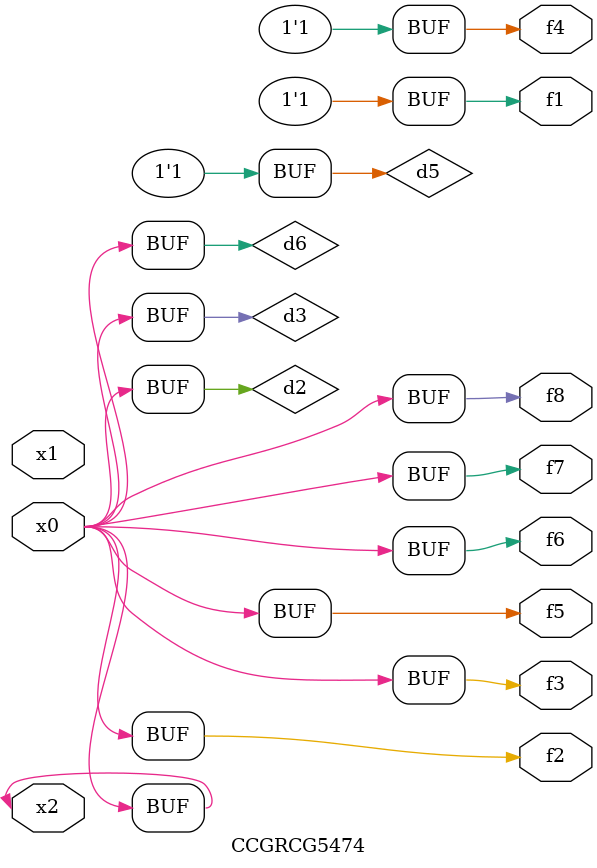
<source format=v>
module CCGRCG5474(
	input x0, x1, x2,
	output f1, f2, f3, f4, f5, f6, f7, f8
);

	wire d1, d2, d3, d4, d5, d6;

	xnor (d1, x2);
	buf (d2, x0, x2);
	and (d3, x0);
	xnor (d4, x1, x2);
	nand (d5, d1, d3);
	buf (d6, d2, d3);
	assign f1 = d5;
	assign f2 = d6;
	assign f3 = d6;
	assign f4 = d5;
	assign f5 = d6;
	assign f6 = d6;
	assign f7 = d6;
	assign f8 = d6;
endmodule

</source>
